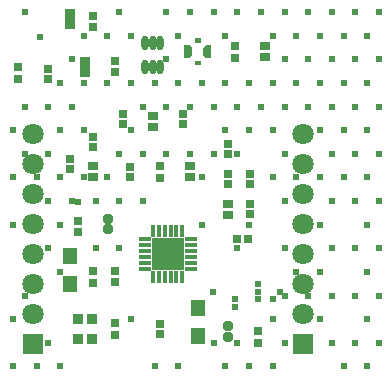
<source format=gbr>
%TF.GenerationSoftware,Altium Limited,Altium Designer,22.6.1 (34)*%
G04 Layer_Color=8388736*
%FSLAX45Y45*%
%MOMM*%
%TF.SameCoordinates,421C64DB-711B-49BE-949A-821E8169F4DF*%
%TF.FilePolarity,Negative*%
%TF.FileFunction,Soldermask,Top*%
%TF.Part,Single*%
G01*
G75*
%TA.AperFunction,SMDPad,CuDef*%
%ADD16R,0.50000X0.50000*%
%ADD17R,0.50000X0.40000*%
G04:AMPARAMS|DCode=35|XSize=0.8382mm|YSize=0.8382mm|CornerRadius=0.26035mm|HoleSize=0mm|Usage=FLASHONLY|Rotation=90.000|XOffset=0mm|YOffset=0mm|HoleType=Round|Shape=RoundedRectangle|*
%AMROUNDEDRECTD35*
21,1,0.83820,0.31750,0,0,90.0*
21,1,0.31750,0.83820,0,0,90.0*
1,1,0.52070,0.15875,0.15875*
1,1,0.52070,0.15875,-0.15875*
1,1,0.52070,-0.15875,-0.15875*
1,1,0.52070,-0.15875,0.15875*
%
%ADD35ROUNDEDRECTD35*%
%ADD37R,0.80320X0.71320*%
%ADD38R,0.80320X0.76320*%
%TA.AperFunction,ComponentPad*%
%ADD39C,1.80320*%
%ADD40R,1.80320X1.80320*%
%TA.AperFunction,ViaPad*%
%ADD41C,0.60320*%
%TA.AperFunction,SMDPad,CuDef*%
%ADD45R,0.95320X0.96320*%
%ADD46R,0.80320X0.74320*%
%ADD47R,0.70320X0.70320*%
%ADD48R,0.87320X0.82320*%
%ADD49R,0.93320X0.71320*%
%ADD50R,1.20320X1.35320*%
%ADD51R,0.70320X0.70320*%
%ADD52R,0.83320X0.71320*%
%ADD53R,2.80320X2.80320*%
%ADD54R,0.46320X1.04320*%
%ADD55R,1.04320X0.46320*%
%ADD56O,0.60320X1.25320*%
G36*
X1612500Y2805500D02*
X1562500D01*
Y2845500D01*
X1612500D01*
Y2805500D01*
D02*
G37*
G36*
X1702500Y2675500D02*
X1655500D01*
X1632500Y2698500D01*
Y2762500D01*
X1655500Y2785500D01*
X1702500D01*
Y2675500D01*
D02*
G37*
G36*
X1542500Y2762500D02*
Y2698500D01*
X1519500Y2675500D01*
X1472500D01*
Y2785500D01*
X1519500D01*
X1542500Y2762500D01*
D02*
G37*
G36*
X1612500Y2615500D02*
X1562500D01*
Y2655500D01*
X1612500D01*
Y2615500D01*
D02*
G37*
D16*
X1672500Y2730500D02*
D03*
X1502500D02*
D03*
D17*
X1587500Y2635500D02*
D03*
Y2825500D02*
D03*
D35*
X1841500Y406400D02*
D03*
Y317500D02*
D03*
X825500Y1314450D02*
D03*
Y1225550D02*
D03*
D37*
X889000Y2559000D02*
D03*
Y2648000D02*
D03*
X698500Y2940000D02*
D03*
Y3029000D02*
D03*
X889000Y870000D02*
D03*
Y781000D02*
D03*
D38*
X571500Y1293500D02*
D03*
Y1206500D02*
D03*
X1841500Y1607500D02*
D03*
Y1694500D02*
D03*
D39*
X190500Y2032000D02*
D03*
Y1778000D02*
D03*
Y1270000D02*
D03*
Y762000D02*
D03*
Y508000D02*
D03*
Y1016000D02*
D03*
Y1524000D02*
D03*
X2476500D02*
D03*
Y1016000D02*
D03*
Y508000D02*
D03*
Y762000D02*
D03*
Y1270000D02*
D03*
Y1778000D02*
D03*
Y2032000D02*
D03*
D40*
X190500Y254000D02*
D03*
X2476500D02*
D03*
D41*
X3124008Y3066005D02*
D03*
X3024008Y2866004D02*
D03*
X3124008Y2666004D02*
D03*
X3024008Y2466004D02*
D03*
X3124008Y2266004D02*
D03*
X3024008Y2066004D02*
D03*
X3124008Y1866004D02*
D03*
X3024008Y1666004D02*
D03*
X3124008Y1466004D02*
D03*
X3024008Y1266004D02*
D03*
X3124008Y1066003D02*
D03*
X3024008Y866003D02*
D03*
X3124008Y666003D02*
D03*
X3024008Y466003D02*
D03*
X3124008Y266003D02*
D03*
X3024008Y66003D02*
D03*
X2924008Y3066005D02*
D03*
X2824008Y2866004D02*
D03*
X2924008Y2666004D02*
D03*
X2824008Y2466004D02*
D03*
X2924008Y2266004D02*
D03*
X2824008Y2066004D02*
D03*
X2924008Y1866004D02*
D03*
X2824008Y1666004D02*
D03*
X2924008Y1466004D02*
D03*
Y1066003D02*
D03*
Y666003D02*
D03*
Y266003D02*
D03*
X2824008Y66003D02*
D03*
X2724008Y3066005D02*
D03*
X2624007Y2866004D02*
D03*
X2724008Y2666004D02*
D03*
X2624007Y2466004D02*
D03*
X2724008Y2266004D02*
D03*
X2624007Y2066004D02*
D03*
X2724008Y1866004D02*
D03*
X2624007Y1666004D02*
D03*
X2724008Y1466004D02*
D03*
X2624007Y1266004D02*
D03*
X2724008Y1066003D02*
D03*
X2624007Y866003D02*
D03*
X2724008Y666003D02*
D03*
X2624007Y466003D02*
D03*
X2724008Y266003D02*
D03*
X2524007Y3066005D02*
D03*
X2424007Y2866004D02*
D03*
X2524007Y2666004D02*
D03*
X2424007Y2466004D02*
D03*
X2524007Y2266004D02*
D03*
X2424007Y1666004D02*
D03*
Y866003D02*
D03*
X2524007Y666003D02*
D03*
X2324007Y3066005D02*
D03*
X2224007Y2866004D02*
D03*
X2324007Y2666004D02*
D03*
X2224007Y2466004D02*
D03*
X2324007Y2266004D02*
D03*
X2224007Y2066004D02*
D03*
X2324007Y1866004D02*
D03*
X2224007Y1666004D02*
D03*
X2324007Y1466004D02*
D03*
Y1066003D02*
D03*
Y666003D02*
D03*
X2224007Y466003D02*
D03*
X2324007Y266003D02*
D03*
X2224007Y66003D02*
D03*
X2124007Y3066005D02*
D03*
X2024007Y2466004D02*
D03*
X2124007Y2266004D02*
D03*
X2024007Y2066004D02*
D03*
Y1266004D02*
D03*
Y66003D02*
D03*
X1924007Y3066005D02*
D03*
X1824007Y2866004D02*
D03*
Y2466004D02*
D03*
X1924007Y2266004D02*
D03*
X1824007Y2066004D02*
D03*
X1924007Y1866004D02*
D03*
Y1066003D02*
D03*
Y266003D02*
D03*
X1824007Y66003D02*
D03*
X1724007Y3066005D02*
D03*
X1624007Y2466004D02*
D03*
X1724007Y2266004D02*
D03*
Y1866004D02*
D03*
X1624007Y1666004D02*
D03*
Y1266004D02*
D03*
X1724007Y266003D02*
D03*
X1524007Y3066005D02*
D03*
X1424007Y2866004D02*
D03*
Y2466004D02*
D03*
X1524007Y2266004D02*
D03*
Y1866004D02*
D03*
X1424007Y66003D02*
D03*
X1324007Y3066005D02*
D03*
Y2666004D02*
D03*
X1224007Y2466004D02*
D03*
X1324007Y2266004D02*
D03*
Y1866004D02*
D03*
X1224007Y66003D02*
D03*
X1024007Y2866004D02*
D03*
Y2466004D02*
D03*
X1124007Y2266004D02*
D03*
X1024007Y2066004D02*
D03*
X1124007Y1866004D02*
D03*
Y1466004D02*
D03*
X1024007Y466003D02*
D03*
X924007Y3066005D02*
D03*
X824006Y2866004D02*
D03*
Y2466004D02*
D03*
X924007Y1866004D02*
D03*
X824006Y1666004D02*
D03*
X924007Y1466004D02*
D03*
Y1066003D02*
D03*
X624006Y2866004D02*
D03*
Y2466004D02*
D03*
Y2066004D02*
D03*
Y1666004D02*
D03*
X724006Y1466004D02*
D03*
Y1066003D02*
D03*
X524006Y2666004D02*
D03*
X424006Y2466004D02*
D03*
X524006Y2266004D02*
D03*
X424006Y2066004D02*
D03*
Y1666004D02*
D03*
X524006Y1466004D02*
D03*
X424006Y1266004D02*
D03*
Y866003D02*
D03*
Y66003D02*
D03*
X324006Y2266004D02*
D03*
Y1866004D02*
D03*
X224006Y1666004D02*
D03*
X324006Y1466004D02*
D03*
Y1066003D02*
D03*
Y266003D02*
D03*
X224006Y66003D02*
D03*
X124006Y3066005D02*
D03*
Y2266004D02*
D03*
X24006Y2066004D02*
D03*
X124006Y1866004D02*
D03*
X24006Y1666004D02*
D03*
Y1266004D02*
D03*
X124006Y666003D02*
D03*
X24006Y466003D02*
D03*
Y66003D02*
D03*
X571500Y1460500D02*
D03*
X254000Y2857500D02*
D03*
X1714500Y698500D02*
D03*
X1905000Y571500D02*
D03*
Y635000D02*
D03*
X2095500Y762000D02*
D03*
X2286000Y698500D02*
D03*
X2095500D02*
D03*
X2222500Y635000D02*
D03*
X2095500D02*
D03*
D45*
X572500Y298500D02*
D03*
Y463500D02*
D03*
X697500Y298500D02*
D03*
Y463500D02*
D03*
D46*
X317500Y2496800D02*
D03*
Y2583200D02*
D03*
X1270000Y424200D02*
D03*
Y337800D02*
D03*
X508000Y1821200D02*
D03*
Y1734800D02*
D03*
X698500Y1925300D02*
D03*
Y2011700D02*
D03*
X952500Y2202200D02*
D03*
Y2115800D02*
D03*
X1460500Y2202200D02*
D03*
Y2115800D02*
D03*
X1016000Y1757700D02*
D03*
Y1671300D02*
D03*
X1841500Y1861800D02*
D03*
Y1948200D02*
D03*
X2032000Y1607800D02*
D03*
Y1694200D02*
D03*
Y1353800D02*
D03*
Y1440200D02*
D03*
D47*
X63500Y2503500D02*
D03*
Y2603500D02*
D03*
X1905000Y2680500D02*
D03*
Y2780500D02*
D03*
X698500Y875500D02*
D03*
Y775500D02*
D03*
X2095500Y267500D02*
D03*
Y367500D02*
D03*
X889000Y431000D02*
D03*
Y331000D02*
D03*
X1270000Y1764500D02*
D03*
Y1664500D02*
D03*
D48*
X635000Y2646000D02*
D03*
Y2561000D02*
D03*
X508000Y2963000D02*
D03*
Y3048000D02*
D03*
D49*
X2159000Y2684500D02*
D03*
Y2776500D02*
D03*
X698500Y1668500D02*
D03*
Y1760500D02*
D03*
X1206500Y2187500D02*
D03*
Y2095500D02*
D03*
X1841500Y1443000D02*
D03*
Y1351000D02*
D03*
D50*
X1587500Y562000D02*
D03*
Y327000D02*
D03*
X508000Y997000D02*
D03*
Y762000D02*
D03*
D51*
X2018500Y1143000D02*
D03*
X1918500D02*
D03*
D52*
X1524000Y1760500D02*
D03*
Y1668500D02*
D03*
D53*
X1333500Y1016000D02*
D03*
D54*
X1208500Y1210500D02*
D03*
X1258500D02*
D03*
X1308500D02*
D03*
X1358500D02*
D03*
X1408500D02*
D03*
X1458500D02*
D03*
Y821500D02*
D03*
X1408500D02*
D03*
X1358500D02*
D03*
X1308500D02*
D03*
X1258500D02*
D03*
X1208500D02*
D03*
D55*
X1528000Y1141000D02*
D03*
Y1091000D02*
D03*
Y1041000D02*
D03*
Y991000D02*
D03*
Y941000D02*
D03*
Y891000D02*
D03*
X1139000D02*
D03*
Y941000D02*
D03*
Y991000D02*
D03*
Y1041000D02*
D03*
Y1091000D02*
D03*
Y1141000D02*
D03*
D56*
X1141500Y2803500D02*
D03*
X1206500D02*
D03*
X1271500D02*
D03*
Y2603500D02*
D03*
X1206500D02*
D03*
X1141500D02*
D03*
%TF.MD5,4943ddad1f06d76fa4b8c78917953854*%
M02*

</source>
